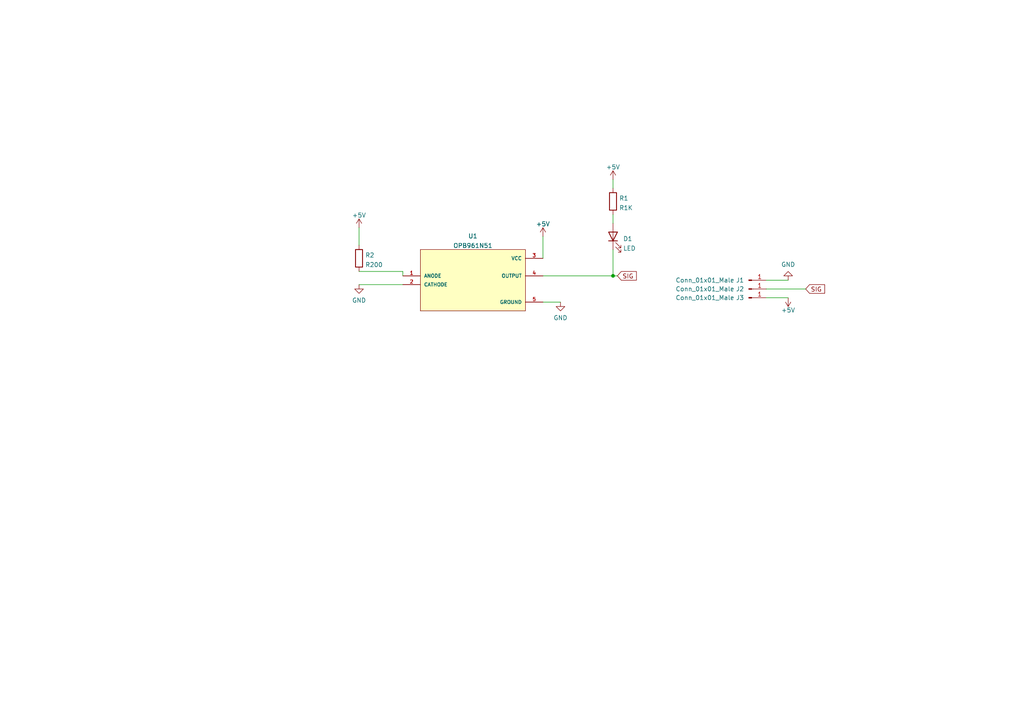
<source format=kicad_sch>
(kicad_sch (version 20211123) (generator eeschema)
  (paper "A4")
  (lib_symbols
    (symbol "Connector:Conn_01x01_Male" (pin_names (offset 1.016) hide)
      (property "Reference" "J" (at 0 2.54 0))
      (property "Value" "Conn_01x01_Male" (at 0 -2.54 0))
      (symbol "Conn_01x01_Male_1_1"
        (polyline (pts (xy 1.27 0) (xy 0.8636 0)) (stroke (width 0.1524)))
        (rectangle (start 0.8636 0.127) (end 0 -0.127) (stroke (width 0.1524)) (fill (type outline)))
        (pin passive line (at 5.08 0 180) (length 3.81) (name "Pin_1") (number "1"))
      )
    )
    (symbol "Device:LED" (pin_numbers hide) (pin_names (offset 1.016) hide)
      (property "Reference" "D" (at 0 2.54 0))
      (property "Value" "LED" (at 0 -2.54 0))
      (symbol "LED_0_1"
        (polyline (pts (xy -1.27 -1.27) (xy -1.27 1.27)) (stroke (width 0.254)))
        (polyline (pts (xy -1.27 0) (xy 1.27 0)))
        (polyline (pts (xy 1.27 -1.27) (xy 1.27 1.27) (xy -1.27 0) (xy 1.27 -1.27)) (stroke (width 0.254)))
        (polyline (pts (xy -3.048 -0.762) (xy -4.572 -2.286) (xy -3.81 -2.286) (xy -4.572 -2.286) (xy -4.572 -1.524)))
        (polyline (pts (xy -1.778 -0.762) (xy -3.302 -2.286) (xy -2.54 -2.286) (xy -3.302 -2.286) (xy -3.302 -1.524)))
      )
      (symbol "LED_1_1"
        (pin passive line (at -3.81 0 0) (length 2.54) (name "K") (number "1"))
        (pin passive line (at 3.81 0 180) (length 2.54) (name "A") (number "2"))
      )
    )
    (symbol "Device:R" (pin_numbers hide) (pin_names (offset 0))
      (property "Reference" "R" (at 2.032 0 90))
      (property "Value" "R" (at 0 0 90))
      (symbol "R_0_1"
        (rectangle (start -1.016 -2.54) (end 1.016 2.54) (stroke (width 0.254)))
      )
      (symbol "R_1_1"
        (pin passive line (at 0 3.81 270) (length 1.27) (name "~") (number "1"))
        (pin passive line (at 0 -3.81 90) (length 1.27) (name "~") (number "2"))
      )
    )
    (symbol "OPB961N51:OPB961N51" (pin_names (offset 1.016))
      (property "Reference" "U" (at -15.24 10.922 0))
      (property "Value" "OPB961N51" (at -15.24 -10.16 0))
      (symbol "OPB961N51_0_0"
        (rectangle (start -15.24 -7.62) (end 15.24 10.16) (stroke (width 0.1524)) (fill (type background)))
        (pin passive line (at -20.32 2.54 0) (length 5.08) (name "ANODE") (number "1"))
        (pin passive line (at -20.32 0 0) (length 5.08) (name "CATHODE") (number "2"))
        (pin power_in line (at 20.32 7.62 180) (length 5.08) (name "VCC") (number "3"))
        (pin output line (at 20.32 2.54 180) (length 5.08) (name "OUTPUT") (number "4"))
        (pin power_in line (at 20.32 -5.08 180) (length 5.08) (name "GROUND") (number "5"))
      )
    )
    (symbol "power:+5V" (power) (pin_names (offset 0))
      (property "Value" "+5V" (at 0 3.556 0))
      (symbol "+5V_0_1"
        (polyline (pts (xy -0.762 1.27) (xy 0 2.54)))
        (polyline (pts (xy 0 0) (xy 0 2.54)))
        (polyline (pts (xy 0 2.54) (xy 0.762 1.27)))
      )
      (symbol "+5V_1_1"
        (pin power_in line (at 0 0 90) (length 0) hide (name "+5V") (number "1"))
      )
    )
    (symbol "power:GND" (power) (pin_names (offset 0))
      (property "Value" "GND" (at 0 -3.81 0))
      (symbol "GND_0_1"
        (polyline (pts (xy 0 0) (xy 0 -1.27) (xy 1.27 -1.27) (xy 0 -2.54) (xy -1.27 -1.27) (xy 0 -1.27)))
      )
      (symbol "GND_1_1"
        (pin power_in line (at 0 0 270) (length 0) hide (name "GND") (number "1"))
      )
    )
  )
  (junction (at 177.8 80.01))
  (wire (pts (xy 104.14 82.55) (xy 116.84 82.55)))
  (wire (pts (xy 177.8 72.39) (xy 177.8 80.01)))
  (wire (pts (xy 104.14 78.74) (xy 116.84 78.74)))
  (wire (pts (xy 116.84 78.74) (xy 116.84 80.01)))
  (wire (pts (xy 157.48 68.58) (xy 157.48 74.93)))
  (wire (pts (xy 177.8 80.01) (xy 179.07 80.01)))
  (wire (pts (xy 177.8 62.23) (xy 177.8 64.77)))
  (wire (pts (xy 157.48 80.01) (xy 177.8 80.01)))
  (wire (pts (xy 177.8 52.07) (xy 177.8 54.61)))
  (wire (pts (xy 228.6 81.28) (xy 222.25 81.28)))
  (wire (pts (xy 233.68 83.82) (xy 222.25 83.82)))
  (wire (pts (xy 157.48 87.63) (xy 162.56 87.63)))
  (wire (pts (xy 104.14 66.04) (xy 104.14 71.12)))
  (wire (pts (xy 228.6 86.36) (xy 222.25 86.36)))
  (global_label "SIG" (shape input) (at 233.68 83.82 0) (property "Intersheet References" "${INTERSHEET_REFS}" (effects hide)))
  (global_label "SIG" (shape input) (at 179.07 80.01 0) (property "Intersheet References" "${INTERSHEET_REFS}" (effects hide)))
  (symbol (lib_id "power:+5V") (at 104.14 66.04 0) (unit 1)
    (property "Reference" "#PWR02" (effects hide))
    (property "Value" "+5V" (at 104.14 62.4355 0))
  )
  (symbol (lib_id "Device:LED") (at 177.8 68.58 90) (unit 1)
    (property "Reference" "D1" (at 180.721 69.259 90) (effects (justify right)))
    (property "Value" "LED" (at 180.721 72.0341 90) (effects (justify right)))
    (property "Footprint" "LED_SMD:LED_0805_2012Metric" (effects hide))
  )
  (symbol (lib_id "Device:R") (at 104.14 74.93 0) (unit 1)
    (property "Reference" "R2" (at 105.918 74.0215 0) (effects (justify left)))
    (property "Value" "R200" (at 105.918 76.7966 0) (effects (justify left)))
    (property "Footprint" "Resistor_SMD:R_0805_2012Metric" (effects hide))
  )
  (symbol (lib_id "power:GND") (at 162.56 87.63 0) (unit 1)
    (property "Reference" "#PWR07" (effects hide))
    (property "Value" "GND" (at 162.56 92.1925 0))
  )
  (symbol (lib_id "power:GND") (at 228.6 81.28 180) (unit 1)
    (property "Reference" "#PWR04" (effects hide))
    (property "Value" "GND" (at 228.6 76.7175 0))
  )
  (symbol (lib_id "power:GND") (at 104.14 82.55 0) (unit 1)
    (property "Reference" "#PWR05" (effects hide))
    (property "Value" "GND" (at 104.14 87.1125 0))
  )
  (symbol (lib_id "Connector:Conn_01x01_Male") (at 217.17 81.28 0) (unit 1)
    (property "Reference" "J1" (at 214.63 81.28 0))
    (property "Value" "Conn_01x01_Male" (at 204.47 81.28 0))
    (property "Footprint" "Connector_PinHeader_2.54mm:PinHeader_1x01_P2.54mm_Vertical" (effects hide))
  )
  (symbol (lib_id "Connector:Conn_01x01_Male") (at 217.17 86.36 0) (unit 1)
    (property "Reference" "J3" (at 214.63 86.36 0))
    (property "Value" "Conn_01x01_Male" (at 204.47 86.36 0))
    (property "Footprint" "Connector_PinHeader_2.54mm:PinHeader_1x01_P2.54mm_Vertical" (effects hide))
  )
  (symbol (lib_id "OPB961N51:OPB961N51") (at 137.16 82.55 0) (unit 1)
    (property "Reference" "U1" (at 137.16 68.4743 0))
    (property "Value" "OPB961N51" (at 137.16 71.2494 0))
    (property "Footprint" "OPTO_OPB961N51" (effects hide))
    (property "STANDARD" "IPC-7351B" (effects hide))
    (property "MAXIMUM_PACKAGE_HEIGHT" "10.8mm" (effects hide))
    (property "MANUFACTURER" "TT Electronics" (effects hide))
    (property "PARTREV" "D" (effects hide))
  )
  (symbol (lib_id "power:+5V") (at 157.48 68.58 0) (unit 1)
    (property "Reference" "#PWR03" (effects hide))
    (property "Value" "+5V" (at 157.48 64.9755 0))
  )
  (symbol (lib_id "Connector:Conn_01x01_Male") (at 217.17 83.82 0) (unit 1)
    (property "Reference" "J2" (at 214.63 83.82 0))
    (property "Value" "Conn_01x01_Male" (at 204.47 83.82 0))
    (property "Footprint" "Connector_PinHeader_2.54mm:PinHeader_1x01_P2.54mm_Vertical" (effects hide))
  )
  (symbol (lib_id "power:+5V") (at 177.8 52.07 0) (unit 1)
    (property "Reference" "#PWR01" (effects hide))
    (property "Value" "+5V" (at 177.8 48.4655 0))
  )
  (symbol (lib_id "Device:R") (at 177.8 58.42 0) (unit 1)
    (property "Reference" "R1" (at 179.578 57.5115 0) (effects (justify left)))
    (property "Value" "R1K" (at 179.578 60.2866 0) (effects (justify left)))
    (property "Footprint" "Resistor_SMD:R_0805_2012Metric" (effects hide))
  )
  (symbol (lib_id "power:+5V") (at 228.6 86.36 180) (unit 1)
    (property "Reference" "#PWR06" (effects hide))
    (property "Value" "+5V" (at 228.6 89.9645 0))
  )
)
</source>
